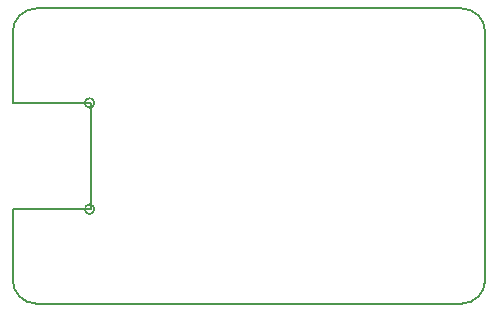
<source format=gm1>
G04*
G04 #@! TF.GenerationSoftware,Altium Limited,Altium Designer,18.1.9 (240)*
G04*
G04 Layer_Color=16711935*
%FSLAX25Y25*%
%MOIN*%
G70*
G01*
G75*
%ADD15C,0.00600*%
%ADD18C,0.00500*%
D15*
X149606Y0D02*
G03*
X157480Y7874I0J7874D01*
G01*
X0D02*
G03*
X7874Y0I7874J0D01*
G01*
Y98425D02*
G03*
X0Y90551I0J-7874D01*
G01*
X157480D02*
G03*
X149606Y98425I-7874J0D01*
G01*
X0Y7874D02*
Y31496D01*
Y66929D02*
Y90551D01*
X7874Y98425D02*
X149606Y98425D01*
X157480Y7874D02*
Y90551D01*
X7874Y0D02*
X149606D01*
D02*
G03*
X157480Y7874I0J7874D01*
G01*
X0D02*
G03*
X7874Y0I7874J0D01*
G01*
Y98425D02*
G03*
X0Y90551I0J-7874D01*
G01*
X157480D02*
G03*
X149606Y98425I-7874J0D01*
G01*
X0Y7874D02*
Y31496D01*
Y66929D02*
Y90551D01*
X7874Y98425D02*
X149606Y98425D01*
X157480Y7874D02*
Y90551D01*
X7874Y0D02*
X149606D01*
D18*
X27165Y66929D02*
G03*
X27165Y66929I-1575J0D01*
G01*
Y31496D02*
G03*
X27165Y31496I-1575J0D01*
G01*
X0D02*
X25984D01*
Y66929D01*
X0D02*
X25984D01*
X27165D02*
G03*
X27165Y66929I-1575J0D01*
G01*
Y31496D02*
G03*
X27165Y31496I-1575J0D01*
G01*
X0D02*
X25984D01*
Y66929D01*
X0D02*
X25984D01*
M02*

</source>
